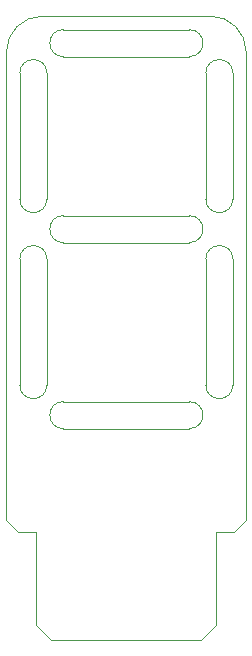
<source format=gbr>
%TF.GenerationSoftware,KiCad,Pcbnew,8.0.6*%
%TF.CreationDate,2025-01-11T11:08:49-05:00*%
%TF.ProjectId,RetroLite,52657472-6f4c-4697-9465-2e6b69636164,rev?*%
%TF.SameCoordinates,Original*%
%TF.FileFunction,Profile,NP*%
%FSLAX46Y46*%
G04 Gerber Fmt 4.6, Leading zero omitted, Abs format (unit mm)*
G04 Created by KiCad (PCBNEW 8.0.6) date 2025-01-11 11:08:49*
%MOMM*%
%LPD*%
G01*
G04 APERTURE LIST*
%TA.AperFunction,Profile*%
%ADD10C,0.050000*%
%TD*%
G04 APERTURE END LIST*
D10*
X113969801Y-70993000D02*
G75*
G02*
X113969801Y-73279000I-1J-1143000D01*
G01*
X103301799Y-73279000D02*
X113969801Y-73279000D01*
X103301799Y-57531000D02*
G75*
G02*
X103301799Y-55245000I1J1143000D01*
G01*
X113969801Y-39497000D02*
X103301799Y-39497000D01*
X101904800Y-53848002D02*
X101904800Y-43180000D01*
X117652800Y-53848001D02*
G75*
G02*
X115366800Y-53848001I-1143000J0D01*
G01*
X101904800Y-69596001D02*
X101904800Y-58927999D01*
X103301799Y-41783000D02*
X113969801Y-41783000D01*
X116255800Y-82042000D02*
X117779800Y-82042000D01*
X113969801Y-55245000D02*
G75*
G02*
X113969801Y-57531000I-1J-1143000D01*
G01*
X115747800Y-38354000D02*
G75*
G02*
X118795800Y-41402000I0J-3048000D01*
G01*
X99618800Y-58927999D02*
G75*
G02*
X101904800Y-58927999I1143000J0D01*
G01*
X113969801Y-70993000D02*
X103301799Y-70993000D01*
X115366800Y-43179999D02*
X115366800Y-53848001D01*
X101904800Y-69596001D02*
G75*
G02*
X99618800Y-69596001I-1143000J0D01*
G01*
X98475800Y-41402000D02*
X98475800Y-81026000D01*
X114985800Y-91186000D02*
X102285800Y-91186000D01*
X99618800Y-43180000D02*
X99618800Y-53848002D01*
X115366800Y-43179999D02*
G75*
G02*
X117652800Y-43179999I1143000J0D01*
G01*
X101015800Y-89916000D02*
X101015800Y-82042000D01*
X101015800Y-82042000D02*
X99491800Y-82042000D01*
X101904800Y-53848002D02*
G75*
G02*
X99618800Y-53848002I-1143000J0D01*
G01*
X118795800Y-81026000D02*
X117779800Y-82042000D01*
X117652800Y-69596000D02*
X117652800Y-58927998D01*
X117652800Y-69596000D02*
G75*
G02*
X115366800Y-69596000I-1143000J0D01*
G01*
X99618800Y-43180000D02*
G75*
G02*
X101904800Y-43180000I1143000J0D01*
G01*
X101015800Y-89916000D02*
X102285800Y-91186000D01*
X103301799Y-57531000D02*
X113969801Y-57531000D01*
X118795800Y-81026000D02*
X118795800Y-41402000D01*
X103301799Y-41783000D02*
G75*
G02*
X103301799Y-39497000I1J1143000D01*
G01*
X117652800Y-53848001D02*
X117652800Y-43179999D01*
X116255800Y-82042000D02*
X116255800Y-89916000D01*
X98475800Y-81026000D02*
X99491800Y-82042000D01*
X98475800Y-41402000D02*
G75*
G02*
X101523800Y-38354000I3048000J0D01*
G01*
X115747800Y-38354000D02*
X101523800Y-38354000D01*
X113969801Y-39497000D02*
G75*
G02*
X113969801Y-41783000I-1J-1143000D01*
G01*
X116255800Y-89916000D02*
X114985800Y-91186000D01*
X99618800Y-58927999D02*
X99618800Y-69596001D01*
X113969801Y-55245000D02*
X103301799Y-55245000D01*
X115366800Y-58927998D02*
G75*
G02*
X117652800Y-58927998I1143000J0D01*
G01*
X103301799Y-73279000D02*
G75*
G02*
X103301799Y-70993000I1J1143000D01*
G01*
X115366800Y-58927998D02*
X115366800Y-69596000D01*
M02*

</source>
